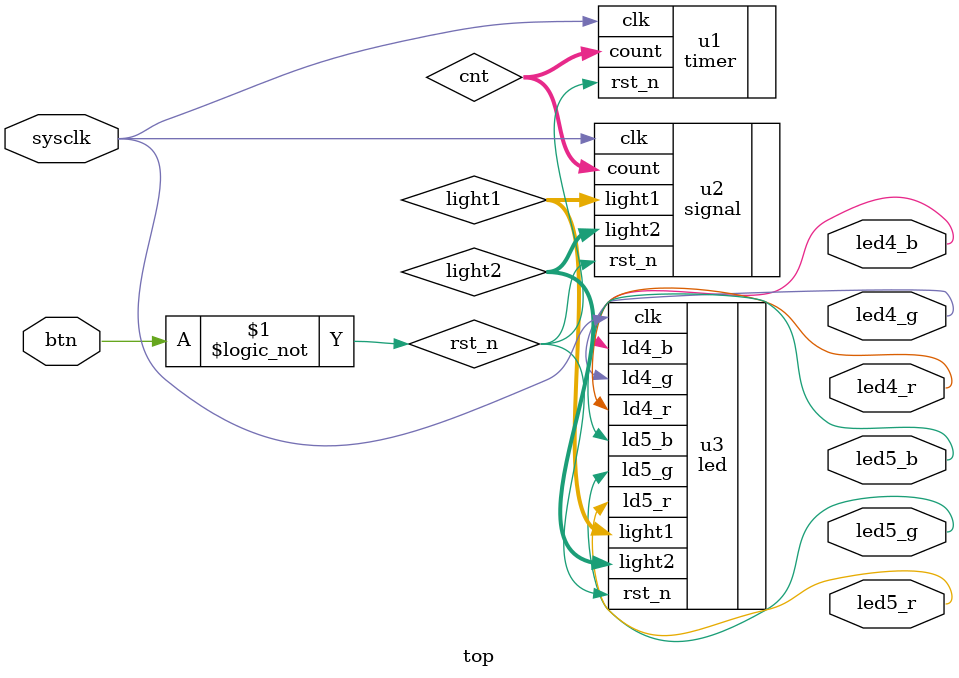
<source format=v>
`timescale 1ns / 1ps


module top(
    input sysclk,
    input[0: 0] btn,
    output led4_r, led4_g, led4_b,
    output led5_r, led5_g, led5_b
    );
    
wire rst_n;
assign rst_n = !btn[0];

wire[7: 0] cnt;
wire[2:0] light1, light2;

timer u1(.clk(sysclk), .rst_n(rst_n), .count(cnt));
signal u2(.clk(sysclk), .rst_n(rst_n), .count(cnt), .light1(light1), .light2(light2));
led u3(.clk(sysclk), .rst_n(rst_n), .light1(light1), .light2(light2), .ld4_r(led4_r), .ld4_g(led4_g), .ld4_b(led4_b), .ld5_r(led5_r), .ld5_g(led5_g), .ld5_b(led5_b));
    
endmodule

</source>
